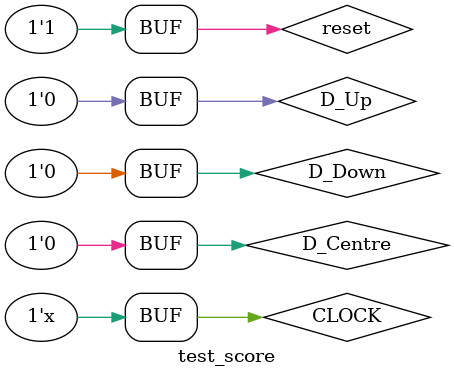
<source format=v>
`timescale 1ns / 1ps


module test_score(

    );
    
    reg CLOCK;
    reg reset;
    reg D_Down,D_Up,D_Centre;    
            score_generator sg (CLOCK,1,reset,D_Down,D_Up,D_Centre,1,1,1);
    initial begin
        CLOCK = 0;
    end
    
    
     always begin
           #5 CLOCK = ~CLOCK;            
      end 
      
      always begin
            D_Down= 1;D_Up= 1;D_Centre = 1;reset = 0; #120;
            D_Down= 0;D_Up= 0;D_Centre = 0;reset = 1; #120;       
       end      
endmodule

</source>
